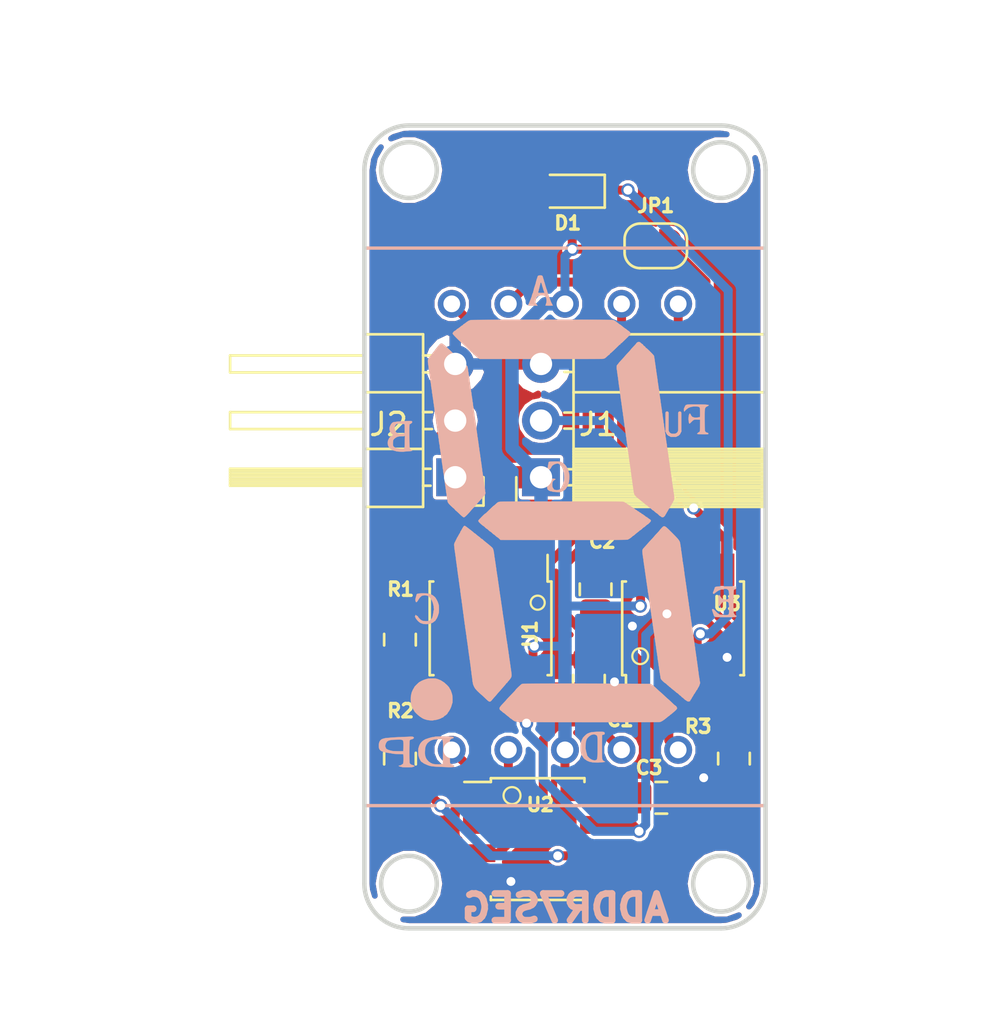
<source format=kicad_pcb>
(kicad_pcb (version 20171130) (host pcbnew "(5.0.0)")
  (title_block (title "Sensory Adaptation Robot") (date 2016-03-10) (rev 0.1a) (company "Idle Hands Dev.") (comment 1 "Sean Hodgins"))
  (layers (0 F.Cu signal) (31 B.Cu signal) (34 B.Paste user) (35 F.Paste user) (36 B.SilkS user) (37 F.SilkS user) (38 B.Mask user) (39 F.Mask user) (44 Edge.Cuts user))
  (net 0 "")
  (net 1 "Net-(D1-Pad1)")
  (net 2 VCC)
  (net 3 OUT)
  (net 4 GND)
  (net 5 IN)
  (net 6 SET)
  (net 7 "Net-(R1-Pad1)")
  (net 8 "Net-(R2-Pad2)")
  (net 9 "Net-(R2-Pad1)")
  (net 10 "Net-(R3-Pad1)")
  (net 11 "Net-(R3-Pad2)")
  (net 12 F)
  (net 13 A)
  (net 14 B)
  (net 15 DP)
  (net 16 C)
  (net 17 D)
  (net 18 E)
  (net 19 G)
  (module project_footprints:YSD-160AR4B-8 (layer B.Cu) (at 170.245 125 180)
    (fp_text reference U4 (at -4.39 4.56 180) (layer B.SilkS) (effects (justify mirror)))
    (fp_text value KCSA02-107)
    (pad 1 thru_hole circle (at -5.08 -10 180) (size 1.25 1.25) (drill 0.75) (layers *.Cu *.Mask) (net 18 E))
    (pad 2 thru_hole circle (at -2.54 -10 180) (size 1.25 1.25) (drill 0.75) (layers *.Cu *.Mask) (net 17 D))
    (pad 3 thru_hole circle (at 0 -10 180) (size 1.25 1.25) (drill 0.75) (layers *.Cu *.Mask) (net 2 VCC))
    (pad 4 thru_hole circle (at 2.54 -10 180) (size 1.25 1.25) (drill 0.75) (layers *.Cu *.Mask) (net 16 C))
    (pad 5 thru_hole circle (at 5.08 -10 180) (size 1.25 1.25) (drill 0.75) (layers *.Cu *.Mask) (net 15 DP))
    (pad 6 thru_hole circle (at 5.08 10 180) (size 1.25 1.25) (drill 0.75) (layers *.Cu *.Mask) (net 14 B))
    (pad 7 thru_hole circle (at 2.54 10 180) (size 1.25 1.25) (drill 0.75) (layers *.Cu *.Mask) (net 13 A))
    (pad 8 thru_hole circle (at 0 10 180) (size 1.25 1.25) (drill 0.75) (layers *.Cu *.Mask) (net 2 VCC))
    (pad 9 thru_hole circle (at -2.54 10 180) (size 1.25 1.25) (drill 0.75) (layers *.Cu *.Mask) (net 12 F))
    (pad 10 thru_hole circle (at -5.08 10 180) (size 1.25 1.25) (drill 0.75) (layers *.Cu *.Mask) (net 19 G))
  )
  (module Resistor_SMD:R_0805_2012Metric (layer F.Cu) (at 162.842 130.058 90)
    (fp_text reference R1 (at 2.258 0.028 180) (layer F.SilkS) (effects (font (size 0.6 0.6))))
    (fp_text value 33R)
    (pad 1 smd roundrect (at -0.9375 0 90) (size 0.975 1.4) (layers F.Cu F.Paste F.Mask) (net 7 "Net-(R1-Pad1)"))
    (pad 2 smd roundrect (at 0.9375 0 90) (size 0.975 1.4) (layers F.Cu F.Paste F.Mask) (net 5 IN))
  )
  (module Resistor_SMD:R_0805_2012Metric (layer F.Cu) (at 162.842 135.392 270)
    (fp_text reference R2 (at -2.142 -0.028) (layer F.SilkS) (effects (font (size 0.6 0.6))))
    (fp_text value 33R)
    (pad 2 smd roundrect (at 0.9375 0 270) (size 0.975 1.4) (layers F.Cu F.Paste F.Mask) (net 8 "Net-(R2-Pad2)"))
    (pad 1 smd roundrect (at -0.9375 0 270) (size 0.975 1.4) (layers F.Cu F.Paste F.Mask) (net 9 "Net-(R2-Pad1)"))
  )
  (module Resistor_SMD:R_0805_2012Metric (layer F.Cu) (at 177.828 135.392 90)
    (fp_text reference R3 (at 1.442 -1.608 180) (layer F.SilkS) (effects (font (size 0.6 0.6))))
    (fp_text value 33R)
    (pad 1 smd roundrect (at -0.9375 0 90) (size 0.975 1.4) (layers F.Cu F.Paste F.Mask) (net 10 "Net-(R3-Pad1)"))
    (pad 2 smd roundrect (at 0.9375 0 90) (size 0.975 1.4) (layers F.Cu F.Paste F.Mask) (net 11 "Net-(R3-Pad2)"))
  )
  (module Connector_PinSocket_2.54mm:PinSocket_1x03_P2.54mm_Horizontal (layer F.Cu) (at 169.17 122.775 180)
    (fp_text reference J1 (at -2.562 2.369 180) (layer F.SilkS))
    (fp_text value OUT)
    (pad 1 thru_hole rect (at 0 0 180) (size 1.7 1.7) (drill 1) (layers *.Cu *.Mask) (net 2 VCC))
    (pad 2 thru_hole oval (at 0 2.54 180) (size 1.7 1.7) (drill 1) (layers *.Cu *.Mask) (net 3 OUT))
    (pad 3 thru_hole oval (at 0 5.08 180) (size 1.7 1.7) (drill 1) (layers *.Cu *.Mask) (net 4 GND))
  )
  (module Connector_PinHeader_2.54mm:PinHeader_1x03_P2.54mm_Horizontal (layer F.Cu) (at 165.32 122.775 180)
    (fp_text reference J2 (at 2.986 2.369 180) (layer F.SilkS))
    (fp_text value IN)
    (pad 1 thru_hole rect (at 0 0 180) (size 1.7 1.7) (drill 1) (layers *.Cu *.Mask) (net 2 VCC))
    (pad 2 thru_hole oval (at 0 2.54 180) (size 1.7 1.7) (drill 1) (layers *.Cu *.Mask) (net 5 IN))
    (pad 3 thru_hole oval (at 0 5.08 180) (size 1.7 1.7) (drill 1) (layers *.Cu *.Mask) (net 4 GND))
  )
  (module Package_SO:SSOP-8_3.95x5.21x3.27mm_P1.27mm (layer F.Cu) (at 166.906 129.55 270)
    (fp_text reference U1 (at 0.254 -1.778 270) (layer F.SilkS) (effects (font (size 0.6 0.6))))
    (fp_text value WS2811)
    (pad 1 smd rect (at -2.625 -1.905 270) (size 1.45 0.8) (layers F.Cu F.Paste F.Mask) (net 12 F))
    (pad 2 smd rect (at -2.625 -0.635 270) (size 1.45 0.8) (layers F.Cu F.Paste F.Mask) (net 13 A))
    (pad 3 smd rect (at -2.625 0.635 270) (size 1.45 0.8) (layers F.Cu F.Paste F.Mask) (net 14 B))
    (pad 4 smd rect (at -2.625 1.905 270) (size 1.45 0.8) (layers F.Cu F.Paste F.Mask) (net 4 GND))
    (pad 8 smd rect (at 2.625 -1.905 270) (size 1.45 0.8) (layers F.Cu F.Paste F.Mask) (net 2 VCC))
    (pad 7 smd rect (at 2.625 -0.635 270) (size 1.45 0.8) (layers F.Cu F.Paste F.Mask) (net 6 SET))
    (pad 6 smd rect (at 2.625 0.635 270) (size 1.45 0.8) (layers F.Cu F.Paste F.Mask) (net 7 "Net-(R1-Pad1)"))
    (pad 5 smd rect (at 2.625 1.905 270) (size 1.45 0.8) (layers F.Cu F.Paste F.Mask) (net 9 "Net-(R2-Pad1)"))
  )
  (module Package_SO:SSOP-8_3.95x5.21x3.27mm_P1.27mm (layer F.Cu) (at 169.02 139)
    (fp_text reference U2 (at 0.12 -1.54) (layer F.SilkS) (effects (font (size 0.6 0.6))))
    (fp_text value WS2811)
    (pad 5 smd rect (at 2.625 1.905) (size 1.45 0.8) (layers F.Cu F.Paste F.Mask) (net 10 "Net-(R3-Pad1)"))
    (pad 6 smd rect (at 2.625 0.635) (size 1.45 0.8) (layers F.Cu F.Paste F.Mask) (net 8 "Net-(R2-Pad2)"))
    (pad 7 smd rect (at 2.625 -0.635) (size 1.45 0.8) (layers F.Cu F.Paste F.Mask) (net 6 SET))
    (pad 8 smd rect (at 2.625 -1.905) (size 1.45 0.8) (layers F.Cu F.Paste F.Mask) (net 2 VCC))
    (pad 4 smd rect (at -2.625 1.905) (size 1.45 0.8) (layers F.Cu F.Paste F.Mask) (net 4 GND))
    (pad 3 smd rect (at -2.625 0.635) (size 1.45 0.8) (layers F.Cu F.Paste F.Mask) (net 17 D))
    (pad 2 smd rect (at -2.625 -0.635) (size 1.45 0.8) (layers F.Cu F.Paste F.Mask) (net 16 C))
    (pad 1 smd rect (at -2.625 -1.905) (size 1.45 0.8) (layers F.Cu F.Paste F.Mask) (net 15 DP))
  )
  (module Package_SO:SSOP-8_3.95x5.21x3.27mm_P1.27mm (layer F.Cu) (at 175.542 129.55 90)
    (fp_text reference U3 (at 1.1 1.978 180) (layer F.SilkS) (effects (font (size 0.6 0.6))))
    (fp_text value WS2811)
    (pad 5 smd rect (at 2.625 1.905 90) (size 1.45 0.8) (layers F.Cu F.Paste F.Mask) (net 3 OUT))
    (pad 6 smd rect (at 2.625 0.635 90) (size 1.45 0.8) (layers F.Cu F.Paste F.Mask) (net 11 "Net-(R3-Pad2)"))
    (pad 7 smd rect (at 2.625 -0.635 90) (size 1.45 0.8) (layers F.Cu F.Paste F.Mask) (net 6 SET))
    (pad 8 smd rect (at 2.625 -1.905 90) (size 1.45 0.8) (layers F.Cu F.Paste F.Mask) (net 2 VCC))
    (pad 4 smd rect (at -2.625 1.905 90) (size 1.45 0.8) (layers F.Cu F.Paste F.Mask) (net 4 GND))
    (pad 3 smd rect (at -2.625 0.635 90) (size 1.45 0.8) (layers F.Cu F.Paste F.Mask) (net 1 "Net-(D1-Pad1)"))
    (pad 2 smd rect (at -2.625 -0.635 90) (size 1.45 0.8) (layers F.Cu F.Paste F.Mask) (net 18 E))
    (pad 1 smd rect (at -2.625 -1.905 90) (size 1.45 0.8) (layers F.Cu F.Paste F.Mask) (net 19 G))
  )
  (module LED_SMD:LED_0603_1608Metric_Pad1.05x0.95mm_HandSolder (layer F.Cu) (at 170.37 109.95 180)
    (fp_text reference D1 (at 0 -1.43 180) (layer F.SilkS) (effects (font (size 0.6 0.6))))
    (fp_text value LED)
    (pad 1 smd roundrect (at -0.875 0 180) (size 1.05 0.95) (layers F.Cu F.Paste F.Mask) (net 1 "Net-(D1-Pad1)"))
    (pad 2 smd roundrect (at 0.875 0 180) (size 1.05 0.95) (layers F.Cu F.Paste F.Mask) (net 2 VCC))
  )
  (module Jumper:SolderJumper-2_P1.3mm_Open_RoundedPad1.0x1.5mm (layer F.Cu) (at 174.32 112.4)
    (fp_text reference JP1 (at 0 -1.8) (layer F.SilkS) (effects (font (size 0.6 0.6))))
    (fp_text value Jumper_NC_Small)
    (pad 1 smd custom (at -0.65 0) (size 1 0.5) (layers F.Cu F.Mask) (net 2 VCC) (options (clearance outline) (anchor rect)) (primitives (gr_circle (center 0 0.25) (end 0.5 0.25) (width 0)) (gr_circle (center 0 -0.25) (end 0.5 -0.25) (width 0)) (gr_poly (pts (xy 0 -0.75) (xy 0.5 -0.75) (xy 0.5 0.75) (xy 0 0.75)) (width 0))))
    (pad 2 smd custom (at 0.65 0) (size 1 0.5) (layers F.Cu F.Mask) (net 6 SET) (options (clearance outline) (anchor rect)) (primitives (gr_circle (center 0 0.25) (end 0.5 0.25) (width 0)) (gr_circle (center 0 -0.25) (end 0.5 -0.25) (width 0)) (gr_poly (pts (xy 0 -0.75) (xy -0.5 -0.75) (xy -0.5 0.75) (xy 0 0.75)) (width 0))))
  )
  (module Capacitor_SMD:C_0805_2012Metric (layer F.Cu) (at 171.32 131.9 90)
    (fp_text reference C1 (at -1.75 1.4 180) (layer F.SilkS) (effects (font (size 0.6 0.6))))
    (fp_text value 1uF)
    (pad 1 smd roundrect (at -0.9375 0 90) (size 0.975 1.4) (layers F.Cu F.Paste F.Mask) (net 2 VCC))
    (pad 2 smd roundrect (at 0.9375 0 90) (size 0.975 1.4) (layers F.Cu F.Paste F.Mask) (net 4 GND))
  )
  (module Capacitor_SMD:C_0805_2012Metric (layer F.Cu) (at 171.62 127.8 270)
    (fp_text reference C2 (at -2.15 -0.3) (layer F.SilkS) (effects (font (size 0.6 0.6))))
    (fp_text value 1uF)
    (pad 2 smd roundrect (at 0.9375 0 270) (size 0.975 1.4) (layers F.Cu F.Paste F.Mask) (net 4 GND))
    (pad 1 smd roundrect (at -0.9375 0 270) (size 0.975 1.4) (layers F.Cu F.Paste F.Mask) (net 2 VCC))
  )
  (module Capacitor_SMD:C_0805_2012Metric (layer F.Cu) (at 174.57 137.15)
    (fp_text reference C3 (at -0.55 -1.35 180) (layer F.SilkS) (effects (font (size 0.6 0.6))))
    (fp_text value 1uF)
    (pad 1 smd roundrect (at -0.9375 0) (size 0.975 1.4) (layers F.Cu F.Paste F.Mask) (net 2 VCC))
    (pad 2 smd roundrect (at 0.9375 0) (size 0.975 1.4) (layers F.Cu F.Paste F.Mask) (net 4 GND))
  )
  (module logos:SH_Logo_2P5mm (layer B.Cu) (at 166.72 110.45 180)
    (fp_text reference G*** hide)
    (fp_text value LOGO hide)
  )
  (module project_footprints:sevenseg (layer B.Cu) (at 169.92 124.75 180)
    (fp_text reference SEVENSEG hide)
    (fp_text value SEVENSEG hide)
  )
  (gr_circle (center 167.87 137.05) (end 168.22 137.2) (layer F.SilkS) (width 0.1))
  (gr_circle (center 173.62 130.8) (end 173.97 130.85) (layer F.SilkS) (width 0.1))
  (gr_circle (center 169.02 128.4) (end 169.32 128.5) (layer F.SilkS) (width 0.1))
  (gr_circle (center 177.2445 109.0011) (end 178.4945 109.0011) (layer Edge.Cuts) (width 0.2))
  (gr_circle (center 163.2445 109.0011) (end 164.4945 109.0011) (layer Edge.Cuts) (width 0.2))
  (gr_circle (center 163.2445 141.0011) (end 164.4945 141.0011) (layer Edge.Cuts) (width 0.2))
  (gr_circle (center 177.2445 141.0011) (end 178.4945 141.0011) (layer Edge.Cuts) (width 0.2))
  (gr_line (start 179.2445 109.0011) (end 179.2445 141.0011) (layer Edge.Cuts) (width 0.2))
  (gr_arc (start 177.2445 141.0011) (end 177.2445 143.0011) (angle -90.000003) (layer Edge.Cuts) (width 0.2))
  (gr_line (start 177.2445 143.0011) (end 163.2445 143.0011) (layer Edge.Cuts) (width 0.2))
  (gr_arc (start 163.2445 141.0011) (end 161.2445 141.0011) (angle -89.999992) (layer Edge.Cuts) (width 0.2))
  (gr_line (start 161.2445 141.0011) (end 161.2445 109.0011) (layer Edge.Cuts) (width 0.2))
  (gr_arc (start 163.2445 109.0011) (end 163.2445 107.0011) (angle -90.000002) (layer Edge.Cuts) (width 0.2))
  (gr_line (start 163.2445 107.0011) (end 177.2445 107.0011) (layer Edge.Cuts) (width 0.2))
  (gr_arc (start 177.2445 109.0011) (end 179.2445 109.0011) (angle -90.000003) (layer Edge.Cuts) (width 0.2))
  (gr_text ADDR7SEG (at 170.27 142.1) (layer B.SilkS) (effects (font (size 1.2 1.2) (thickness 0.3)) (justify mirror)))
  (via (at 176.32 129.8) (size 0.6) (drill 0.4) (layers F.Cu B.Cu) (net 1))
  (segment (start 176.177 132.175) (end 176.177 129.943) (width 0.4) (layer F.Cu) (net 1))
  (segment (start 176.177 129.943) (end 176.32 129.8) (width 0.4) (layer F.Cu) (net 1))
  (segment (start 176.744264 129.8) (end 177.57 128.974264) (width 0.4) (layer B.Cu) (net 1))
  (segment (start 176.32 129.8) (end 176.744264 129.8) (width 0.4) (layer B.Cu) (net 1))
  (via (at 173.07 109.9) (size 0.6) (drill 0.4) (layers F.Cu B.Cu) (net 1))
  (segment (start 177.57 128.974264) (end 177.57 114.4) (width 0.4) (layer B.Cu) (net 1))
  (segment (start 177.57 114.4) (end 173.07 109.9) (width 0.4) (layer B.Cu) (net 1))
  (segment (start 171.295 109.9) (end 171.245 109.95) (width 0.4) (layer F.Cu) (net 1))
  (segment (start 173.07 109.9) (end 171.295 109.9) (width 0.4) (layer F.Cu) (net 1))
  (segment (start 169.361117 115) (end 170.245 115) (width 0.6) (layer B.Cu) (net 2))
  (segment (start 167.869999 116.491118) (end 169.361117 115) (width 0.6) (layer B.Cu) (net 2))
  (segment (start 167.869999 121.474999) (end 167.869999 116.491118) (width 0.6) (layer B.Cu) (net 2))
  (segment (start 169.17 122.775) (end 167.869999 121.474999) (width 0.6) (layer B.Cu) (net 2))
  (segment (start 169.17 124.225) (end 169.17 122.775) (width 0.6) (layer B.Cu) (net 2))
  (segment (start 170.245 125.3) (end 169.17 124.225) (width 0.6) (layer B.Cu) (net 2))
  (segment (start 165.32 122.775) (end 169.17 122.775) (width 1) (layer F.Cu) (net 2))
  (segment (start 170.52 137.095) (end 171.645 137.095) (width 0.4) (layer F.Cu) (net 2))
  (segment (start 170.245 136.82) (end 170.52 137.095) (width 0.4) (layer F.Cu) (net 2))
  (segment (start 170.245 135) (end 170.245 136.82) (width 0.4) (layer F.Cu) (net 2))
  (segment (start 171.7125 137.1625) (end 171.645 137.095) (width 0.4) (layer F.Cu) (net 2))
  (segment (start 173.82 137.1625) (end 171.7125 137.1625) (width 0.4) (layer F.Cu) (net 2))
  (via (at 168.87 130.35) (size 0.6) (drill 0.4) (layers F.Cu B.Cu) (net 2))
  (segment (start 168.811 132.175) (end 168.811 130.409) (width 0.4) (layer F.Cu) (net 2))
  (segment (start 168.811 130.409) (end 168.87 130.35) (width 0.4) (layer F.Cu) (net 2))
  (segment (start 169.294264 130.35) (end 170.245 130.35) (width 0.4) (layer B.Cu) (net 2))
  (segment (start 168.87 130.35) (end 169.294264 130.35) (width 0.4) (layer B.Cu) (net 2))
  (segment (start 170.245 135) (end 170.245 130.35) (width 0.6) (layer B.Cu) (net 2))
  (segment (start 173.5745 126.8625) (end 173.637 126.925) (width 0.4) (layer F.Cu) (net 2))
  (segment (start 171.62 126.8625) (end 173.5745 126.8625) (width 0.4) (layer F.Cu) (net 2))
  (via (at 173.62 128.55) (size 0.6) (drill 0.4) (layers F.Cu B.Cu) (net 2))
  (segment (start 173.637 126.925) (end 173.637 128.533) (width 0.4) (layer F.Cu) (net 2))
  (segment (start 173.637 128.533) (end 173.62 128.55) (width 0.4) (layer F.Cu) (net 2))
  (segment (start 173.195736 128.55) (end 170.245 128.55) (width 0.4) (layer B.Cu) (net 2))
  (segment (start 173.62 128.55) (end 173.195736 128.55) (width 0.4) (layer B.Cu) (net 2))
  (segment (start 170.245 130.35) (end 170.245 128.55) (width 0.6) (layer B.Cu) (net 2))
  (segment (start 170.245 128.55) (end 170.245 125.3) (width 0.6) (layer B.Cu) (net 2))
  (segment (start 170.6575 132.175) (end 171.32 132.8375) (width 0.4) (layer F.Cu) (net 2))
  (segment (start 168.811 132.175) (end 170.6575 132.175) (width 0.4) (layer F.Cu) (net 2))
  (via (at 170.57 112.55) (size 0.6) (drill 0.4) (layers F.Cu B.Cu) (net 2))
  (segment (start 170.245 115) (end 170.245 112.875) (width 0.4) (layer B.Cu) (net 2))
  (segment (start 170.245 112.875) (end 170.57 112.55) (width 0.4) (layer B.Cu) (net 2))
  (segment (start 170.57 111.025) (end 169.495 109.95) (width 0.4) (layer F.Cu) (net 2))
  (segment (start 170.57 112.55) (end 170.57 111.025) (width 0.4) (layer F.Cu) (net 2))
  (segment (start 173.52 112.55) (end 173.67 112.4) (width 0.4) (layer F.Cu) (net 2))
  (segment (start 170.57 112.55) (end 173.52 112.55) (width 0.4) (layer F.Cu) (net 2))
  (via (at 176.02 124.15) (size 0.6) (drill 0.4) (layers F.Cu B.Cu) (net 3))
  (segment (start 177.447 126.925) (end 177.447 125.577) (width 0.4) (layer F.Cu) (net 3))
  (segment (start 177.447 125.577) (end 176.02 124.15) (width 0.4) (layer F.Cu) (net 3))
  (segment (start 172.105 120.235) (end 169.17 120.235) (width 0.4) (layer B.Cu) (net 3))
  (segment (start 176.02 124.15) (end 172.105 120.235) (width 0.4) (layer B.Cu) (net 3))
  (via (at 176.47 136.25) (size 0.6) (drill 0.4) (layers F.Cu B.Cu) (net 4))
  (segment (start 175.5075 137.15) (end 175.57 137.15) (width 0.4) (layer F.Cu) (net 4))
  (segment (start 175.57 137.15) (end 176.47 136.25) (width 0.4) (layer F.Cu) (net 4))
  (via (at 177.52 130.85) (size 0.6) (drill 0.4) (layers F.Cu B.Cu) (net 4))
  (segment (start 177.447 132.175) (end 177.447 130.923) (width 0.4) (layer F.Cu) (net 4))
  (segment (start 177.447 130.923) (end 177.52 130.85) (width 0.4) (layer F.Cu) (net 4))
  (via (at 167.82 140.9) (size 0.6) (drill 0.4) (layers F.Cu B.Cu) (net 4))
  (segment (start 166.395 140.905) (end 167.815 140.905) (width 0.4) (layer F.Cu) (net 4))
  (segment (start 167.815 140.905) (end 167.82 140.9) (width 0.4) (layer F.Cu) (net 4))
  (via (at 172.47 131.95) (size 0.6) (drill 0.4) (layers F.Cu B.Cu) (net 4))
  (segment (start 171.32 130.9625) (end 171.4825 130.9625) (width 0.4) (layer F.Cu) (net 4))
  (segment (start 171.4825 130.9625) (end 172.47 131.95) (width 0.4) (layer F.Cu) (net 4))
  (via (at 173.27 129.45) (size 0.6) (drill 0.4) (layers F.Cu B.Cu) (net 4))
  (segment (start 171.62 128.7375) (end 172.5575 128.7375) (width 0.4) (layer F.Cu) (net 4))
  (segment (start 172.5575 128.7375) (end 173.27 129.45) (width 0.4) (layer F.Cu) (net 4))
  (segment (start 162.842 122.713) (end 165.32 120.235) (width 0.4) (layer F.Cu) (net 5))
  (segment (start 162.842 129.1205) (end 162.842 122.713) (width 0.4) (layer F.Cu) (net 5))
  (via (at 173.57 138.65) (size 0.6) (drill 0.4) (layers F.Cu B.Cu) (net 6))
  (segment (start 171.645 138.365) (end 173.285 138.365) (width 0.4) (layer F.Cu) (net 6))
  (segment (start 173.285 138.365) (end 173.57 138.65) (width 0.4) (layer F.Cu) (net 6))
  (via (at 174.82 128.9) (size 0.6) (drill 0.4) (layers F.Cu B.Cu) (net 6))
  (segment (start 173.869999 129.850001) (end 174.82 128.9) (width 0.4) (layer B.Cu) (net 6))
  (segment (start 173.57 138.65) (end 173.869999 138.350001) (width 0.4) (layer B.Cu) (net 6))
  (segment (start 173.869999 138.350001) (end 173.869999 129.850001) (width 0.4) (layer B.Cu) (net 6))
  (segment (start 174.82 127.012) (end 174.907 126.925) (width 0.4) (layer F.Cu) (net 6))
  (segment (start 174.82 128.9) (end 174.82 127.012) (width 0.4) (layer F.Cu) (net 6))
  (segment (start 174.907 125.8) (end 174.87 125.763) (width 0.4) (layer F.Cu) (net 6))
  (segment (start 174.907 126.925) (end 174.907 125.8) (width 0.4) (layer F.Cu) (net 6))
  (segment (start 174.87 125.763) (end 174.87 123.5) (width 0.4) (layer F.Cu) (net 6))
  (segment (start 174.87 123.5) (end 176.57 121.8) (width 0.4) (layer F.Cu) (net 6))
  (segment (start 176.57 114) (end 174.97 112.4) (width 0.4) (layer F.Cu) (net 6))
  (segment (start 176.57 121.8) (end 176.57 114) (width 0.4) (layer F.Cu) (net 6))
  (via (at 168.52 133.8) (size 0.6) (drill 0.4) (layers F.Cu B.Cu) (net 6))
  (segment (start 167.541 132.175) (end 167.541 132.821) (width 0.4) (layer F.Cu) (net 6))
  (segment (start 167.541 132.821) (end 168.52 133.8) (width 0.4) (layer F.Cu) (net 6))
  (segment (start 171.57 138.65) (end 173.57 138.65) (width 0.4) (layer B.Cu) (net 6))
  (segment (start 169.269999 136.349999) (end 171.57 138.65) (width 0.4) (layer B.Cu) (net 6))
  (segment (start 169.269999 134.974263) (end 169.269999 136.349999) (width 0.4) (layer B.Cu) (net 6))
  (segment (start 168.52 133.8) (end 168.52 134.224264) (width 0.4) (layer B.Cu) (net 6))
  (segment (start 168.52 134.224264) (end 169.269999 134.974263) (width 0.4) (layer B.Cu) (net 6))
  (segment (start 166.271 131.351) (end 166.271 132.175) (width 0.4) (layer F.Cu) (net 7))
  (segment (start 162.842 130.9955) (end 165.9155 130.9955) (width 0.4) (layer F.Cu) (net 7))
  (segment (start 165.9155 130.9955) (end 166.271 131.351) (width 0.4) (layer F.Cu) (net 7))
  (via (at 164.67 137.5) (size 0.6) (drill 0.4) (layers F.Cu B.Cu) (net 8))
  (segment (start 162.842 136.3295) (end 163.4995 136.3295) (width 0.4) (layer F.Cu) (net 8))
  (segment (start 163.4995 136.3295) (end 164.67 137.5) (width 0.4) (layer F.Cu) (net 8))
  (via (at 169.92 139.75) (size 0.6) (drill 0.4) (layers F.Cu B.Cu) (net 8))
  (segment (start 164.67 137.5) (end 166.92 139.75) (width 0.4) (layer B.Cu) (net 8))
  (segment (start 166.92 139.75) (end 169.92 139.75) (width 0.4) (layer B.Cu) (net 8))
  (segment (start 171.53 139.75) (end 171.645 139.635) (width 0.4) (layer F.Cu) (net 8))
  (segment (start 169.92 139.75) (end 171.53 139.75) (width 0.4) (layer F.Cu) (net 8))
  (segment (start 163.398237 133.898263) (end 164.471737 133.898263) (width 0.4) (layer F.Cu) (net 9))
  (segment (start 162.842 134.4545) (end 163.398237 133.898263) (width 0.4) (layer F.Cu) (net 9))
  (segment (start 165.001 133.369) (end 165.001 132.175) (width 0.4) (layer F.Cu) (net 9))
  (segment (start 164.471737 133.898263) (end 165.001 133.369) (width 0.4) (layer F.Cu) (net 9))
  (segment (start 177.271763 136.885737) (end 177.828 136.3295) (width 0.4) (layer F.Cu) (net 10))
  (segment (start 177.271763 136.925443) (end 177.271763 136.885737) (width 0.4) (layer F.Cu) (net 10))
  (segment (start 173.292206 140.905) (end 177.271763 136.925443) (width 0.4) (layer F.Cu) (net 10))
  (segment (start 171.645 140.905) (end 173.292206 140.905) (width 0.4) (layer F.Cu) (net 10))
  (segment (start 176.177 128.05) (end 176.177 126.925) (width 0.4) (layer F.Cu) (net 11))
  (segment (start 178.197001 130.070001) (end 176.177 128.05) (width 0.4) (layer F.Cu) (net 11))
  (segment (start 178.197001 133.497999) (end 178.197001 130.070001) (width 0.4) (layer F.Cu) (net 11))
  (segment (start 177.828 133.867) (end 178.197001 133.497999) (width 0.4) (layer F.Cu) (net 11))
  (segment (start 177.828 134.4545) (end 177.828 133.867) (width 0.4) (layer F.Cu) (net 11))
  (segment (start 169.239962 126.925) (end 172.785 123.379962) (width 0.4) (layer F.Cu) (net 12))
  (segment (start 172.785 123.379962) (end 172.785 115.883883) (width 0.4) (layer F.Cu) (net 12))
  (segment (start 168.811 126.925) (end 169.239962 126.925) (width 0.4) (layer F.Cu) (net 12))
  (segment (start 172.785 115.883883) (end 172.785 115) (width 0.4) (layer F.Cu) (net 12))
  (segment (start 171.786977 123.227357) (end 171.786977 116.034977) (width 0.4) (layer F.Cu) (net 13))
  (segment (start 171.220001 115.468001) (end 171.220001 114.531999) (width 0.4) (layer F.Cu) (net 13))
  (segment (start 171.786977 116.034977) (end 171.220001 115.468001) (width 0.4) (layer F.Cu) (net 13))
  (segment (start 168.680001 114.024999) (end 168.329999 114.375001) (width 0.4) (layer F.Cu) (net 13))
  (segment (start 171.220001 114.531999) (end 170.713001 114.024999) (width 0.4) (layer F.Cu) (net 13))
  (segment (start 169.564334 125.45) (end 171.786977 123.227357) (width 0.4) (layer F.Cu) (net 13))
  (segment (start 167.541 126.925) (end 167.541 125.8) (width 0.4) (layer F.Cu) (net 13))
  (segment (start 167.891 125.45) (end 169.564334 125.45) (width 0.4) (layer F.Cu) (net 13))
  (segment (start 170.713001 114.024999) (end 168.680001 114.024999) (width 0.4) (layer F.Cu) (net 13))
  (segment (start 168.329999 114.375001) (end 167.705 115) (width 0.4) (layer F.Cu) (net 13))
  (segment (start 167.541 125.8) (end 167.891 125.45) (width 0.4) (layer F.Cu) (net 13))
  (segment (start 171.236966 117.985964) (end 169.226003 115.975001) (width 0.4) (layer F.Cu) (net 14))
  (segment (start 167.321 124.75) (end 169.486501 124.75) (width 0.4) (layer F.Cu) (net 14))
  (segment (start 166.140001 115.975001) (end 165.789999 115.624999) (width 0.4) (layer F.Cu) (net 14))
  (segment (start 166.271 126.925) (end 166.271 125.8) (width 0.4) (layer F.Cu) (net 14))
  (segment (start 169.486501 124.75) (end 171.236966 122.999535) (width 0.4) (layer F.Cu) (net 14))
  (segment (start 169.226003 115.975001) (end 166.140001 115.975001) (width 0.4) (layer F.Cu) (net 14))
  (segment (start 166.271 125.8) (end 167.321 124.75) (width 0.4) (layer F.Cu) (net 14))
  (segment (start 165.789999 115.624999) (end 165.165 115) (width 0.4) (layer F.Cu) (net 14))
  (segment (start 171.236966 122.999535) (end 171.236966 117.985964) (width 0.4) (layer F.Cu) (net 14))
  (segment (start 166.395 136.23) (end 165.165 135) (width 0.4) (layer F.Cu) (net 15))
  (segment (start 166.395 137.095) (end 166.395 136.23) (width 0.4) (layer F.Cu) (net 15))
  (segment (start 167.705 135.883883) (end 167.705 135) (width 0.4) (layer F.Cu) (net 16))
  (segment (start 167.705 138.18) (end 167.705 135.883883) (width 0.4) (layer F.Cu) (net 16))
  (segment (start 167.52 138.365) (end 167.705 138.18) (width 0.4) (layer F.Cu) (net 16))
  (segment (start 166.395 138.365) (end 167.52 138.365) (width 0.4) (layer F.Cu) (net 16))
  (segment (start 169.269999 134.531999) (end 170.051998 133.75) (width 0.4) (layer F.Cu) (net 17))
  (segment (start 169.269999 137.631118) (end 169.269999 134.531999) (width 0.4) (layer F.Cu) (net 17))
  (segment (start 166.395 139.635) (end 167.266117 139.635) (width 0.4) (layer F.Cu) (net 17))
  (segment (start 167.266117 139.635) (end 169.269999 137.631118) (width 0.4) (layer F.Cu) (net 17))
  (segment (start 171.535 133.75) (end 172.785 135) (width 0.4) (layer F.Cu) (net 17))
  (segment (start 170.051998 133.75) (end 171.535 133.75) (width 0.4) (layer F.Cu) (net 17))
  (segment (start 174.907 134.582) (end 175.325 135) (width 0.4) (layer F.Cu) (net 18))
  (segment (start 174.907 132.175) (end 174.907 134.582) (width 0.4) (layer F.Cu) (net 18))
  (segment (start 170.917804 129.57501) (end 170.32 128.977206) (width 0.4) (layer F.Cu) (net 19))
  (segment (start 172.16201 129.57501) (end 170.917804 129.57501) (width 0.4) (layer F.Cu) (net 19))
  (segment (start 173.637 132.175) (end 173.637 131.05) (width 0.4) (layer F.Cu) (net 19))
  (segment (start 173.637 131.05) (end 172.16201 129.57501) (width 0.4) (layer F.Cu) (net 19))
  (segment (start 175.325 121.617794) (end 175.325 115.883883) (width 0.4) (layer F.Cu) (net 19))
  (segment (start 170.32 126.622794) (end 175.325 121.617794) (width 0.4) (layer F.Cu) (net 19))
  (segment (start 170.32 128.977206) (end 170.32 126.622794) (width 0.4) (layer F.Cu) (net 19))
  (segment (start 175.325 115.883883) (end 175.325 115) (width 0.4) (layer F.Cu) (net 19))
  (zone (net 4) (net_name GND) (layer F.Cu) (connect_pads (clearance 0.13)) (min_thickness 0.254) (fill yes (arc_segments 16) (thermal_gap 0.508) (thermal_bridge_width 0.508))
    (polygon (pts (xy 144.895 101.375) (xy 189.595 101.375) (xy 189.595 146.875) (xy 146.57 146.875) (xy 146.57 103.05)))
  )
  (zone (net 4) (net_name GND) (layer B.Cu) (connect_pads (clearance 0.13)) (min_thickness 0.254) (fill yes (arc_segments 16) (thermal_gap 0.508) (thermal_bridge_width 0.508))
    (polygon (pts (xy 144.979362 101.8) (xy 189.679362 101.8) (xy 189.679362 147.3) (xy 146.654362 147.3) (xy 146.654362 103.475)))
  )
)
</source>
